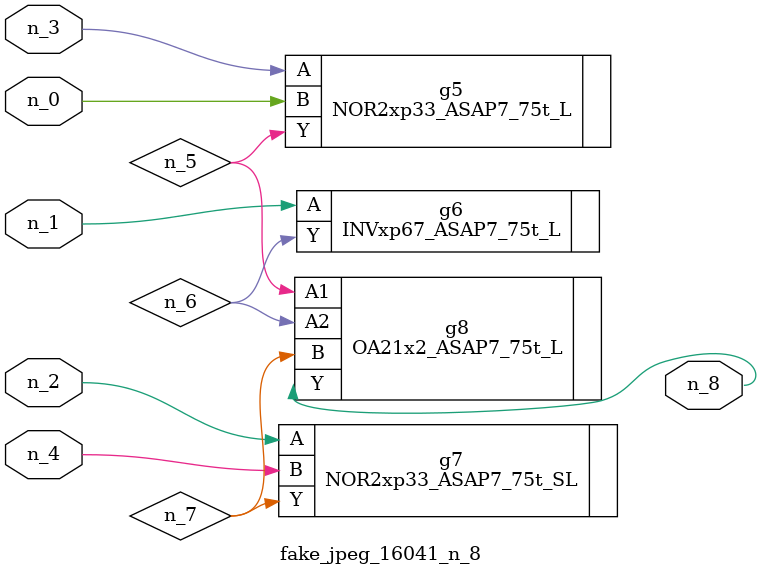
<source format=v>
module fake_jpeg_16041_n_8 (n_3, n_2, n_1, n_0, n_4, n_8);

input n_3;
input n_2;
input n_1;
input n_0;
input n_4;

output n_8;

wire n_6;
wire n_5;
wire n_7;

NOR2xp33_ASAP7_75t_L g5 ( 
.A(n_3),
.B(n_0),
.Y(n_5)
);

INVxp67_ASAP7_75t_L g6 ( 
.A(n_1),
.Y(n_6)
);

NOR2xp33_ASAP7_75t_SL g7 ( 
.A(n_2),
.B(n_4),
.Y(n_7)
);

OA21x2_ASAP7_75t_L g8 ( 
.A1(n_5),
.A2(n_6),
.B(n_7),
.Y(n_8)
);


endmodule
</source>
